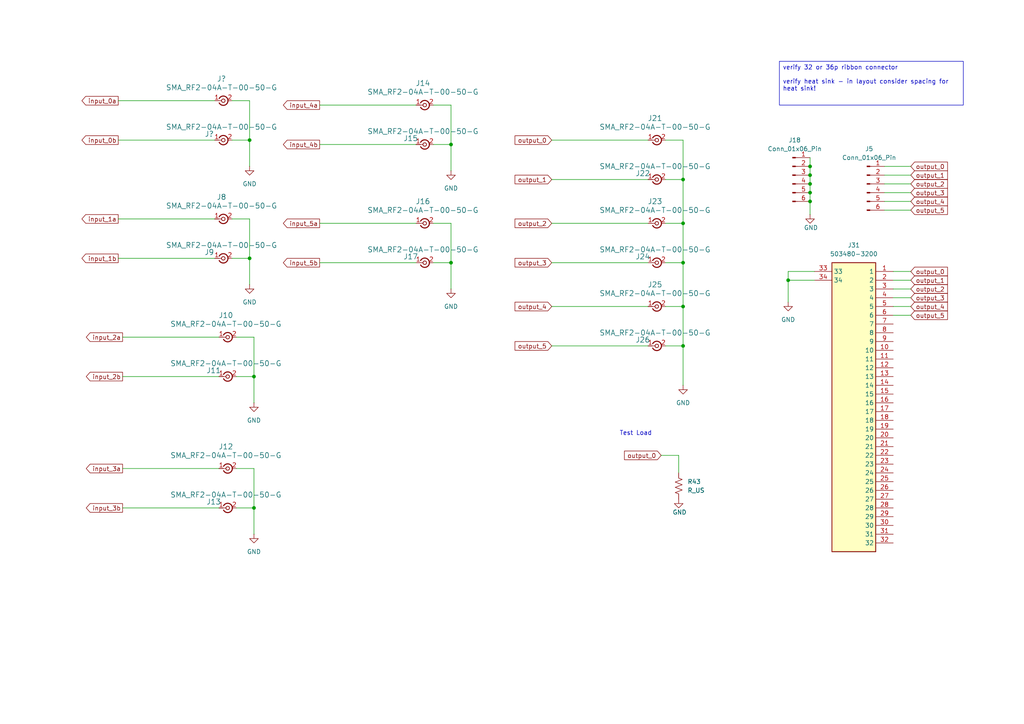
<source format=kicad_sch>
(kicad_sch (version 20231120) (generator "eeschema") (generator_version "8.0")
  (paper "A4")
  (lib_symbols
    (symbol "Connector:Conn_01x06_Pin" (pin_names (offset 1.016) hide)
      (property "Reference" "J" (at 0 7.62 0))
      (property "Value" "Conn_01x06_Pin" (at 0 -10.16 0))
      (symbol "Conn_01x06_Pin_1_1"
        (polyline (pts (xy 1.27 -7.62) (xy 0.8636 -7.62)) (stroke (width 0.1524)))
        (polyline (pts (xy 1.27 -5.08) (xy 0.8636 -5.08)) (stroke (width 0.1524)))
        (polyline (pts (xy 1.27 -2.54) (xy 0.8636 -2.54)) (stroke (width 0.1524)))
        (polyline (pts (xy 1.27 0) (xy 0.8636 0)) (stroke (width 0.1524)))
        (polyline (pts (xy 1.27 2.54) (xy 0.8636 2.54)) (stroke (width 0.1524)))
        (polyline (pts (xy 1.27 5.08) (xy 0.8636 5.08)) (stroke (width 0.1524)))
        (rectangle (start 0.8636 -7.493) (end 0 -7.747) (stroke (width 0.1524)) (fill (type outline)))
        (rectangle (start 0.8636 -4.953) (end 0 -5.207) (stroke (width 0.1524)) (fill (type outline)))
        (rectangle (start 0.8636 -2.413) (end 0 -2.667) (stroke (width 0.1524)) (fill (type outline)))
        (rectangle (start 0.8636 0.127) (end 0 -0.127) (stroke (width 0.1524)) (fill (type outline)))
        (rectangle (start 0.8636 2.667) (end 0 2.413) (stroke (width 0.1524)) (fill (type outline)))
        (rectangle (start 0.8636 5.207) (end 0 4.953) (stroke (width 0.1524)) (fill (type outline)))
        (pin passive line (at 5.08 5.08 180) (length 3.81) (name "Pin_1") (number "1"))
        (pin passive line (at 5.08 2.54 180) (length 3.81) (name "Pin_2") (number "2"))
        (pin passive line (at 5.08 0 180) (length 3.81) (name "Pin_3") (number "3"))
        (pin passive line (at 5.08 -2.54 180) (length 3.81) (name "Pin_4") (number "4"))
        (pin passive line (at 5.08 -5.08 180) (length 3.81) (name "Pin_5") (number "5"))
        (pin passive line (at 5.08 -7.62 180) (length 3.81) (name "Pin_6") (number "6"))
      )
    )
    (symbol "Device:R_US" (pin_numbers hide) (pin_names (offset 0))
      (property "Reference" "R" (at 2.54 0 90))
      (property "Value" "R_US" (at -2.54 0 90))
      (symbol "R_US_0_1"
        (polyline (pts (xy 0 -2.286) (xy 0 -2.54)))
        (polyline (pts (xy 0 2.286) (xy 0 2.54)))
        (polyline (pts (xy 0 -0.762) (xy 1.016 -1.143) (xy 0 -1.524) (xy -1.016 -1.905) (xy 0 -2.286)))
        (polyline (pts (xy 0 0.762) (xy 1.016 0.381) (xy 0 0) (xy -1.016 -0.381) (xy 0 -0.762)))
        (polyline (pts (xy 0 2.286) (xy 1.016 1.905) (xy 0 1.524) (xy -1.016 1.143) (xy 0 0.762)))
      )
      (symbol "R_US_1_1"
        (pin passive line (at 0 3.81 270) (length 1.27) (name "~") (number "1"))
        (pin passive line (at 0 -3.81 90) (length 1.27) (name "~") (number "2"))
      )
    )
    (symbol "_PHASE:503480-3200"
      (property "Reference" "J" (at 19.05 7.62 0))
      (property "Value" "503480-3200" (at 19.05 5.08 0))
      (symbol "503480-3200_1_1"
        (rectangle (start 5.08 2.54) (end 17.78 -81.28) (stroke (width 0.254)) (fill (type background)))
        (pin passive line (at 22.86 0 180) (length 5.08) (name "1") (number "1"))
        (pin passive line (at 22.86 -22.86 180) (length 5.08) (name "10") (number "10"))
        (pin passive line (at 22.86 -25.4 180) (length 5.08) (name "11") (number "11"))
        (pin passive line (at 22.86 -27.94 180) (length 5.08) (name "12") (number "12"))
        (pin passive line (at 22.86 -30.48 180) (length 5.08) (name "13") (number "13"))
        (pin passive line (at 22.86 -33.02 180) (length 5.08) (name "14") (number "14"))
        (pin passive line (at 22.86 -35.56 180) (length 5.08) (name "15") (number "15"))
        (pin passive line (at 22.86 -38.1 180) (length 5.08) (name "16") (number "16"))
        (pin passive line (at 22.86 -40.64 180) (length 5.08) (name "17") (number "17"))
        (pin passive line (at 22.86 -43.18 180) (length 5.08) (name "18") (number "18"))
        (pin passive line (at 22.86 -45.72 180) (length 5.08) (name "19") (number "19"))
        (pin passive line (at 22.86 -2.54 180) (length 5.08) (name "2") (number "2"))
        (pin passive line (at 22.86 -48.26 180) (length 5.08) (name "20") (number "20"))
        (pin passive line (at 22.86 -50.8 180) (length 5.08) (name "21") (number "21"))
        (pin passive line (at 22.86 -53.34 180) (length 5.08) (name "22") (number "22"))
        (pin passive line (at 22.86 -55.88 180) (length 5.08) (name "23") (number "23"))
        (pin passive line (at 22.86 -58.42 180) (length 5.08) (name "24") (number "24"))
        (pin passive line (at 22.86 -60.96 180) (length 5.08) (name "25") (number "25"))
        (pin passive line (at 22.86 -63.5 180) (length 5.08) (name "26") (number "26"))
        (pin passive line (at 22.86 -66.04 180) (length 5.08) (name "27") (number "27"))
        (pin passive line (at 22.86 -68.58 180) (length 5.08) (name "28") (number "28"))
        (pin passive line (at 22.86 -71.12 180) (length 5.08) (name "29") (number "29"))
        (pin passive line (at 22.86 -5.08 180) (length 5.08) (name "3") (number "3"))
        (pin passive line (at 22.86 -73.66 180) (length 5.08) (name "30") (number "30"))
        (pin passive line (at 22.86 -76.2 180) (length 5.08) (name "31") (number "31"))
        (pin passive line (at 22.86 -78.74 180) (length 5.08) (name "32") (number "32"))
        (pin passive line (at 0 0 0) (length 5.08) (name "33") (number "33"))
        (pin passive line (at 0 -2.54 0) (length 5.08) (name "34") (number "34"))
        (pin passive line (at 22.86 -7.62 180) (length 5.08) (name "4") (number "4"))
        (pin passive line (at 22.86 -10.16 180) (length 5.08) (name "5") (number "5"))
        (pin passive line (at 22.86 -12.7 180) (length 5.08) (name "6") (number "6"))
        (pin passive line (at 22.86 -15.24 180) (length 5.08) (name "7") (number "7"))
        (pin passive line (at 22.86 -17.78 180) (length 5.08) (name "8") (number "8"))
        (pin passive line (at 22.86 -20.32 180) (length 5.08) (name "9") (number "9"))
      )
    )
    (symbol "_PHASE:SMA_RF2-04A-T-00-50-G" (pin_names (offset 0.254))
      (property "Reference" "J" (at 8.89 6.35 0))
      (property "Value" "SMA_RF2-04A-T-00-50-G" (at 0 0 0))
      (symbol "SMA_RF2-04A-T-00-50-G_0_1"
        (polyline (pts (xy 10.16 -5.08) (xy 12.192 -5.08)))
        (circle (center 12.7 -5.08) (radius 0.508) (stroke (width 0.2032)))
      )
      (symbol "SMA_RF2-04A-T-00-50-G_1_1"
        (arc (start 11.5084 -5.7111) (mid 13.027 -6.3881) (end 14.0484 -5.0761) (stroke (width 0.3048)))
        (arc (start 14.0484 -5.0839) (mid 13.027 -3.772) (end 11.5084 -4.4489) (stroke (width 0.3048)))
        (pin passive line (at 10.16 -5.08 0) (length 1.27) (name "") (number "1"))
        (pin passive line (at 15.24 -5.08 180) (length 1.27) (name "") (number "2"))
        (pin passive line (at 15.24 -5.08 180) (length 1.27) hide (name "Ext") (number "3"))
        (pin passive line (at 15.24 -5.08 180) (length 1.27) hide (name "Ext") (number "4"))
        (pin passive line (at 15.24 -5.08 180) (length 1.27) hide (name "Ext") (number "5"))
      )
      (symbol "SMA_RF2-04A-T-00-50-G_1_2"
        (polyline (pts (xy 5.08 -2.54) (xy 12.7 -2.54)) (stroke (width 0.127)))
        (polyline (pts (xy 5.08 2.54) (xy 5.08 -2.54)) (stroke (width 0.127)))
        (polyline (pts (xy 7.62 0) (xy 5.08 0)) (stroke (width 0.127)))
        (polyline (pts (xy 7.62 0) (xy 8.89 -0.8467)) (stroke (width 0.127)))
        (polyline (pts (xy 7.62 0) (xy 8.89 0.8467)) (stroke (width 0.127)))
        (polyline (pts (xy 12.7 -2.54) (xy 12.7 2.54)) (stroke (width 0.127)))
        (polyline (pts (xy 12.7 2.54) (xy 5.08 2.54)) (stroke (width 0.127)))
        (pin unspecified line (at 0 0 0) (length 5.08) (name "1") (number "1"))
      )
    )
    (symbol "power:GND" (power) (pin_numbers hide) (pin_names (offset 0) hide)
      (property "Value" "GND" (at 0 -3.81 0))
      (symbol "GND_0_1"
        (polyline (pts (xy 0 0) (xy 0 -1.27) (xy 1.27 -1.27) (xy 0 -2.54) (xy -1.27 -1.27) (xy 0 -1.27)))
      )
      (symbol "GND_1_1"
        (pin power_in line (at 0 0 270) (length 0) (name "~") (number "1"))
      )
    )
  )
  (junction (at 198.12 52.07))
  (junction (at 234.95 55.88))
  (junction (at 234.95 50.8))
  (junction (at 198.12 64.77))
  (junction (at 130.81 41.91))
  (junction (at 72.39 74.93))
  (junction (at 72.39 40.64))
  (junction (at 198.12 88.9))
  (junction (at 228.6 81.28))
  (junction (at 73.66 147.32))
  (junction (at 198.12 76.2))
  (junction (at 73.66 109.22))
  (junction (at 130.81 76.2))
  (junction (at 234.95 53.34))
  (junction (at 234.95 48.26))
  (junction (at 234.95 58.42))
  (junction (at 198.12 100.33))
  (wire (pts (xy 228.6 81.28) (xy 228.6 87.63)))
  (wire (pts (xy 34.29 40.64) (xy 62.23 40.64)))
  (wire (pts (xy 72.39 29.21) (xy 72.39 40.64)))
  (wire (pts (xy 73.66 147.32) (xy 73.66 154.94)))
  (wire (pts (xy 256.54 48.26) (xy 264.16 48.26)))
  (wire (pts (xy 92.71 64.77) (xy 120.65 64.77)))
  (wire (pts (xy 160.02 88.9) (xy 187.96 88.9)))
  (wire (pts (xy 193.04 64.77) (xy 198.12 64.77)))
  (wire (pts (xy 236.22 78.74) (xy 228.6 78.74)))
  (wire (pts (xy 259.08 78.74) (xy 264.16 78.74)))
  (wire (pts (xy 73.66 109.22) (xy 68.58 109.22)))
  (wire (pts (xy 234.95 45.72) (xy 234.95 48.26)))
  (wire (pts (xy 130.81 30.48) (xy 130.81 41.91)))
  (wire (pts (xy 160.02 40.64) (xy 187.96 40.64)))
  (wire (pts (xy 130.81 76.2) (xy 130.81 83.82)))
  (wire (pts (xy 259.08 81.28) (xy 264.16 81.28)))
  (wire (pts (xy 196.85 132.08) (xy 191.77 132.08)))
  (wire (pts (xy 92.71 76.2) (xy 120.65 76.2)))
  (wire (pts (xy 234.95 53.34) (xy 234.95 55.88)))
  (wire (pts (xy 193.04 40.64) (xy 198.12 40.64)))
  (wire (pts (xy 130.81 76.2) (xy 125.73 76.2)))
  (wire (pts (xy 125.73 64.77) (xy 130.81 64.77)))
  (wire (pts (xy 73.66 147.32) (xy 68.58 147.32)))
  (wire (pts (xy 35.56 147.32) (xy 63.5 147.32)))
  (wire (pts (xy 73.66 135.89) (xy 73.66 147.32)))
  (wire (pts (xy 198.12 52.07) (xy 193.04 52.07)))
  (wire (pts (xy 198.12 88.9) (xy 198.12 100.33)))
  (wire (pts (xy 72.39 63.5) (xy 72.39 74.93)))
  (wire (pts (xy 259.08 86.36) (xy 264.16 86.36)))
  (wire (pts (xy 130.81 64.77) (xy 130.81 76.2)))
  (wire (pts (xy 198.12 100.33) (xy 193.04 100.33)))
  (wire (pts (xy 92.71 41.91) (xy 120.65 41.91)))
  (wire (pts (xy 259.08 91.44) (xy 264.16 91.44)))
  (wire (pts (xy 72.39 40.64) (xy 72.39 48.26)))
  (wire (pts (xy 259.08 88.9) (xy 264.16 88.9)))
  (wire (pts (xy 160.02 64.77) (xy 187.96 64.77)))
  (wire (pts (xy 198.12 76.2) (xy 198.12 88.9)))
  (wire (pts (xy 35.56 109.22) (xy 63.5 109.22)))
  (wire (pts (xy 198.12 76.2) (xy 193.04 76.2)))
  (wire (pts (xy 198.12 52.07) (xy 198.12 64.77)))
  (wire (pts (xy 160.02 100.33) (xy 187.96 100.33)))
  (wire (pts (xy 196.85 132.08) (xy 196.85 137.16)))
  (wire (pts (xy 198.12 100.33) (xy 198.12 111.76)))
  (wire (pts (xy 160.02 52.07) (xy 187.96 52.07)))
  (wire (pts (xy 72.39 40.64) (xy 67.31 40.64)))
  (wire (pts (xy 256.54 55.88) (xy 264.16 55.88)))
  (wire (pts (xy 34.29 74.93) (xy 62.23 74.93)))
  (wire (pts (xy 198.12 40.64) (xy 198.12 52.07)))
  (wire (pts (xy 92.71 30.48) (xy 120.65 30.48)))
  (wire (pts (xy 72.39 74.93) (xy 67.31 74.93)))
  (wire (pts (xy 198.12 64.77) (xy 198.12 76.2)))
  (wire (pts (xy 67.31 63.5) (xy 72.39 63.5)))
  (wire (pts (xy 234.95 50.8) (xy 234.95 53.34)))
  (wire (pts (xy 73.66 109.22) (xy 73.66 116.84)))
  (wire (pts (xy 236.22 81.28) (xy 228.6 81.28)))
  (wire (pts (xy 67.31 29.21) (xy 72.39 29.21)))
  (wire (pts (xy 35.56 97.79) (xy 63.5 97.79)))
  (wire (pts (xy 256.54 53.34) (xy 264.16 53.34)))
  (wire (pts (xy 256.54 58.42) (xy 264.16 58.42)))
  (wire (pts (xy 125.73 30.48) (xy 130.81 30.48)))
  (wire (pts (xy 130.81 41.91) (xy 130.81 49.53)))
  (wire (pts (xy 234.95 48.26) (xy 234.95 50.8)))
  (wire (pts (xy 34.29 29.21) (xy 62.23 29.21)))
  (wire (pts (xy 256.54 60.96) (xy 264.16 60.96)))
  (wire (pts (xy 68.58 97.79) (xy 73.66 97.79)))
  (wire (pts (xy 35.56 135.89) (xy 63.5 135.89)))
  (wire (pts (xy 73.66 97.79) (xy 73.66 109.22)))
  (wire (pts (xy 130.81 41.91) (xy 125.73 41.91)))
  (wire (pts (xy 72.39 74.93) (xy 72.39 82.55)))
  (wire (pts (xy 259.08 83.82) (xy 264.16 83.82)))
  (wire (pts (xy 68.58 135.89) (xy 73.66 135.89)))
  (wire (pts (xy 193.04 88.9) (xy 198.12 88.9)))
  (wire (pts (xy 234.95 55.88) (xy 234.95 58.42)))
  (wire (pts (xy 160.02 76.2) (xy 187.96 76.2)))
  (wire (pts (xy 34.29 63.5) (xy 62.23 63.5)))
  (wire (pts (xy 234.95 58.42) (xy 234.95 62.23)))
  (wire (pts (xy 256.54 50.8) (xy 264.16 50.8)))
  (wire (pts (xy 228.6 78.74) (xy 228.6 81.28)))
  (text_box "verify 32 or 36p ribbon connector\n\nverify heat sink - in layout consider spacing for heat sink!\n\n" (at 226.06 17.78 0) (size 53.34 12.7) (effects (font (size 1.27 1.27)) (justify left top)))
  (text "Test Load" (at 184.404 125.73 0) (effects (font (size 1.27 1.27))))
  (global_label "output_3" (shape input) (at 160.02 76.2 180) (property "Intersheetrefs" "${INTERSHEET_REFS}" (effects (hide yes))))
  (global_label "output_2" (shape input) (at 160.02 64.77 180) (property "Intersheetrefs" "${INTERSHEET_REFS}" (effects (hide yes))))
  (global_label "output_2" (shape input) (at 264.16 53.34 0) (property "Intersheetrefs" "${INTERSHEET_REFS}" (effects (hide yes))))
  (global_label "output_0" (shape input) (at 264.16 48.26 0) (property "Intersheetrefs" "${INTERSHEET_REFS}" (effects (hide yes))))
  (global_label "output_0" (shape input) (at 160.02 40.64 180) (property "Intersheetrefs" "${INTERSHEET_REFS}" (effects (hide yes))))
  (global_label "input_4a" (shape output) (at 92.71 30.48 180) (property "Intersheetrefs" "${INTERSHEET_REFS}" (effects (hide yes))))
  (global_label "input_0b" (shape output) (at 34.29 40.64 180) (property "Intersheetrefs" "${INTERSHEET_REFS}" (effects (hide yes))))
  (global_label "output_3" (shape input) (at 264.16 86.36 0) (property "Intersheetrefs" "${INTERSHEET_REFS}" (effects (hide yes))))
  (global_label "input_3b" (shape output) (at 35.56 147.32 180) (property "Intersheetrefs" "${INTERSHEET_REFS}" (effects (hide yes))))
  (global_label "output_4" (shape input) (at 160.02 88.9 180) (property "Intersheetrefs" "${INTERSHEET_REFS}" (effects (hide yes))))
  (global_label "input_1b" (shape output) (at 34.29 74.93 180) (property "Intersheetrefs" "${INTERSHEET_REFS}" (effects (hide yes))))
  (global_label "output_1" (shape input) (at 264.16 50.8 0) (property "Intersheetrefs" "${INTERSHEET_REFS}" (effects (hide yes))))
  (global_label "input_0a" (shape output) (at 34.29 29.21 180) (property "Intersheetrefs" "${INTERSHEET_REFS}" (effects (hide yes))))
  (global_label "input_2a" (shape output) (at 35.56 97.79 180) (property "Intersheetrefs" "${INTERSHEET_REFS}" (effects (hide yes))))
  (global_label "output_5" (shape input) (at 264.16 91.44 0) (property "Intersheetrefs" "${INTERSHEET_REFS}" (effects (hide yes))))
  (global_label "input_1a" (shape output) (at 34.29 63.5 180) (property "Intersheetrefs" "${INTERSHEET_REFS}" (effects (hide yes))))
  (global_label "input_5a" (shape output) (at 92.71 64.77 180) (property "Intersheetrefs" "${INTERSHEET_REFS}" (effects (hide yes))))
  (global_label "input_2b" (shape output) (at 35.56 109.22 180) (property "Intersheetrefs" "${INTERSHEET_REFS}" (effects (hide yes))))
  (global_label "output_4" (shape input) (at 264.16 88.9 0) (property "Intersheetrefs" "${INTERSHEET_REFS}" (effects (hide yes))))
  (global_label "output_3" (shape input) (at 264.16 55.88 0) (property "Intersheetrefs" "${INTERSHEET_REFS}" (effects (hide yes))))
  (global_label "output_5" (shape input) (at 160.02 100.33 180) (property "Intersheetrefs" "${INTERSHEET_REFS}" (effects (hide yes))))
  (global_label "output_4" (shape input) (at 264.16 58.42 0) (property "Intersheetrefs" "${INTERSHEET_REFS}" (effects (hide yes))))
  (global_label "output_0" (shape input) (at 191.77 132.08 180) (property "Intersheetrefs" "${INTERSHEET_REFS}" (effects (hide yes))))
  (global_label "input_5b" (shape output) (at 92.71 76.2 180) (property "Intersheetrefs" "${INTERSHEET_REFS}" (effects (hide yes))))
  (global_label "input_3a" (shape output) (at 35.56 135.89 180) (property "Intersheetrefs" "${INTERSHEET_REFS}" (effects (hide yes))))
  (global_label "output_1" (shape input) (at 264.16 81.28 0) (property "Intersheetrefs" "${INTERSHEET_REFS}" (effects (hide yes))))
  (global_label "input_4b" (shape output) (at 92.71 41.91 180) (property "Intersheetrefs" "${INTERSHEET_REFS}" (effects (hide yes))))
  (global_label "output_1" (shape input) (at 160.02 52.07 180) (property "Intersheetrefs" "${INTERSHEET_REFS}" (effects (hide yes))))
  (global_label "output_5" (shape input) (at 264.16 60.96 0) (property "Intersheetrefs" "${INTERSHEET_REFS}" (effects (hide yes))))
  (global_label "output_0" (shape input) (at 264.16 78.74 0) (property "Intersheetrefs" "${INTERSHEET_REFS}" (effects (hide yes))))
  (global_label "output_2" (shape input) (at 264.16 83.82 0) (property "Intersheetrefs" "${INTERSHEET_REFS}" (effects (hide yes))))
  (symbol (lib_id "_PHASE:SMA_RF2-04A-T-00-50-G") (at 53.34 130.81 0) (unit 1)
    (property "Reference" "J12" (at 65.5204 129.54 0) (effects (font (size 1.524 1.524))))
    (property "Value" "SMA_RF2-04A-T-00-50-G" (at 65.5204 132.08 0) (effects (font (size 1.524 1.524))))
    (property "Footprint" "726_footprints:CONN_RF2-04A-T-00-50-G_ADM" (effects (hide yes)))
    (property "Datasheet" "112404" (effects (hide yes)))
  )
  (symbol (lib_id "_PHASE:SMA_RF2-04A-T-00-50-G") (at 52.07 69.85 0) (unit 1)
    (property "Reference" "J9" (at 60.706 73.152 0) (effects (font (size 1.524 1.524))))
    (property "Value" "SMA_RF2-04A-T-00-50-G" (at 64.2504 71.12 0) (effects (font (size 1.524 1.524))))
    (property "Footprint" "726_footprints:CONN_RF2-04A-T-00-50-G_ADM" (effects (hide yes)))
    (property "Datasheet" "112404" (effects (hide yes)))
  )
  (symbol (lib_id "power:GND") (at 234.95 62.23 0) (unit 1)
    (property "Reference" "#PWR010" (effects (hide yes)))
    (property "Value" "GND" (at 235.204 66.04 0))
    (property "Description" "Power symbol creates a global label with name \"GND\" , ground" (effects (hide yes)))
  )
  (symbol (lib_id "power:GND") (at 130.81 83.82 0) (unit 1)
    (property "Reference" "#PWR08" (effects (hide yes)))
    (property "Value" "GND" (at 130.81 88.9 0))
    (property "Description" "Power symbol creates a global label with name \"GND\" , ground" (effects (hide yes)))
  )
  (symbol (lib_id "_PHASE:SMA_RF2-04A-T-00-50-G") (at 53.34 104.14 0) (unit 1)
    (property "Reference" "J11" (at 61.976 107.442 0) (effects (font (size 1.524 1.524))))
    (property "Value" "SMA_RF2-04A-T-00-50-G" (at 65.5204 105.41 0) (effects (font (size 1.524 1.524))))
    (property "Footprint" "726_footprints:CONN_RF2-04A-T-00-50-G_ADM" (effects (hide yes)))
    (property "Datasheet" "112404" (effects (hide yes)))
  )
  (symbol (lib_id "_PHASE:SMA_RF2-04A-T-00-50-G") (at 177.8 59.69 0) (unit 1)
    (property "Reference" "J23" (at 189.9804 58.42 0) (effects (font (size 1.524 1.524))))
    (property "Value" "SMA_RF2-04A-T-00-50-G" (at 189.9804 60.96 0) (effects (font (size 1.524 1.524))))
    (property "Footprint" "726_footprints:CONN_RF2-04A-T-00-50-G_ADM" (effects (hide yes)))
    (property "Datasheet" "112404" (effects (hide yes)))
  )
  (symbol (lib_id "_PHASE:SMA_RF2-04A-T-00-50-G") (at 52.07 58.42 0) (unit 1)
    (property "Reference" "J8" (at 64.2504 57.15 0) (effects (font (size 1.524 1.524))))
    (property "Value" "SMA_RF2-04A-T-00-50-G" (at 64.2504 59.69 0) (effects (font (size 1.524 1.524))))
    (property "Footprint" "726_footprints:CONN_RF2-04A-T-00-50-G_ADM" (effects (hide yes)))
    (property "Datasheet" "112404" (effects (hide yes)))
  )
  (symbol (lib_id "_PHASE:SMA_RF2-04A-T-00-50-G") (at 110.49 59.69 0) (unit 1)
    (property "Reference" "J16" (at 122.6704 58.42 0) (effects (font (size 1.524 1.524))))
    (property "Value" "SMA_RF2-04A-T-00-50-G" (at 122.6704 60.96 0) (effects (font (size 1.524 1.524))))
    (property "Footprint" "726_footprints:CONN_RF2-04A-T-00-50-G_ADM" (effects (hide yes)))
    (property "Datasheet" "112404" (effects (hide yes)))
  )
  (symbol (lib_id "_PHASE:SMA_RF2-04A-T-00-50-G") (at 110.49 25.4 0) (unit 1)
    (property "Reference" "J14" (at 122.6704 24.13 0) (effects (font (size 1.524 1.524))))
    (property "Value" "SMA_RF2-04A-T-00-50-G" (at 122.6704 26.67 0) (effects (font (size 1.524 1.524))))
    (property "Footprint" "726_footprints:CONN_RF2-04A-T-00-50-G_ADM" (effects (hide yes)))
    (property "Datasheet" "112404" (effects (hide yes)))
  )
  (symbol (lib_id "power:GND") (at 130.81 49.53 0) (unit 1)
    (property "Reference" "#PWR07" (effects (hide yes)))
    (property "Value" "GND" (at 130.81 54.61 0))
    (property "Description" "Power symbol creates a global label with name \"GND\" , ground" (effects (hide yes)))
  )
  (symbol (lib_id "_PHASE:SMA_RF2-04A-T-00-50-G") (at 110.49 71.12 0) (unit 1)
    (property "Reference" "J17" (at 119.126 74.422 0) (effects (font (size 1.524 1.524))))
    (property "Value" "SMA_RF2-04A-T-00-50-G" (at 122.6704 72.39 0) (effects (font (size 1.524 1.524))))
    (property "Footprint" "726_footprints:CONN_RF2-04A-T-00-50-G_ADM" (effects (hide yes)))
    (property "Datasheet" "112404" (effects (hide yes)))
  )
  (symbol (lib_id "_PHASE:SMA_RF2-04A-T-00-50-G") (at 177.8 95.25 0) (unit 1)
    (property "Reference" "J26" (at 186.436 98.552 0) (effects (font (size 1.524 1.524))))
    (property "Value" "SMA_RF2-04A-T-00-50-G" (at 189.9804 96.52 0) (effects (font (size 1.524 1.524))))
    (property "Footprint" "726_footprints:CONN_RF2-04A-T-00-50-G_ADM" (effects (hide yes)))
    (property "Datasheet" "112404" (effects (hide yes)))
  )
  (symbol (lib_id "power:GND") (at 228.6 87.63 0) (mirror y) (unit 1)
    (property "Reference" "#PWR09" (effects (hide yes)))
    (property "Value" "GND" (at 228.6 92.71 0))
    (property "Description" "Power symbol creates a global label with name \"GND\" , ground" (effects (hide yes)))
  )
  (symbol (lib_id "_PHASE:SMA_RF2-04A-T-00-50-G") (at 177.8 83.82 0) (unit 1)
    (property "Reference" "J25" (at 189.9804 82.55 0) (effects (font (size 1.524 1.524))))
    (property "Value" "SMA_RF2-04A-T-00-50-G" (at 189.9804 85.09 0) (effects (font (size 1.524 1.524))))
    (property "Footprint" "726_footprints:CONN_RF2-04A-T-00-50-G_ADM" (effects (hide yes)))
    (property "Datasheet" "112404" (effects (hide yes)))
  )
  (symbol (lib_id "power:GND") (at 72.39 82.55 0) (unit 1)
    (property "Reference" "#PWR04" (effects (hide yes)))
    (property "Value" "GND" (at 72.39 87.63 0))
    (property "Description" "Power symbol creates a global label with name \"GND\" , ground" (effects (hide yes)))
  )
  (symbol (lib_id "_PHASE:SMA_RF2-04A-T-00-50-G") (at 177.8 35.56 0) (unit 1)
    (property "Reference" "J21" (at 189.9804 34.29 0) (effects (font (size 1.524 1.524))))
    (property "Value" "SMA_RF2-04A-T-00-50-G" (at 189.9804 36.83 0) (effects (font (size 1.524 1.524))))
    (property "Footprint" "726_footprints:CONN_RF2-04A-T-00-50-G_ADM" (effects (hide yes)))
    (property "Datasheet" "112404" (effects (hide yes)))
  )
  (symbol (lib_id "power:GND") (at 198.12 111.76 0) (unit 1)
    (property "Reference" "#PWR033" (effects (hide yes)))
    (property "Value" "GND" (at 198.12 116.84 0))
    (property "Description" "Power symbol creates a global label with name \"GND\" , ground" (effects (hide yes)))
  )
  (symbol (lib_id "Device:R_US") (at 196.85 140.97 0) (unit 1)
    (property "Reference" "R43" (at 199.39 139.6999 0) (effects (justify left)))
    (property "Value" "R_US" (at 199.39 142.2399 0) (effects (justify left)))
    (property "Footprint" "726_footprints:RS02B5K000FB12" (effects (hide yes)))
    (property "Description" "Resistor, US symbol" (effects (hide yes)))
  )
  (symbol (lib_id "_PHASE:SMA_RF2-04A-T-00-50-G") (at 110.49 36.83 0) (unit 1)
    (property "Reference" "J15" (at 119.126 40.132 0) (effects (font (size 1.524 1.524))))
    (property "Value" "SMA_RF2-04A-T-00-50-G" (at 122.6704 38.1 0) (effects (font (size 1.524 1.524))))
    (property "Footprint" "726_footprints:CONN_RF2-04A-T-00-50-G_ADM" (effects (hide yes)))
    (property "Datasheet" "112404" (effects (hide yes)))
  )
  (symbol (lib_id "power:GND") (at 72.39 48.26 0) (unit 1)
    (property "Reference" "#PWR011" (effects (hide yes)))
    (property "Value" "GND" (at 72.39 53.34 0))
    (property "Description" "Power symbol creates a global label with name \"GND\" , ground" (effects (hide yes)))
  )
  (symbol (lib_id "_PHASE:SMA_RF2-04A-T-00-50-G") (at 53.34 92.71 0) (unit 1)
    (property "Reference" "J10" (at 65.5204 91.44 0) (effects (font (size 1.524 1.524))))
    (property "Value" "SMA_RF2-04A-T-00-50-G" (at 65.5204 93.98 0) (effects (font (size 1.524 1.524))))
    (property "Footprint" "726_footprints:CONN_RF2-04A-T-00-50-G_ADM" (effects (hide yes)))
    (property "Datasheet" "112404" (effects (hide yes)))
  )
  (symbol (lib_id "power:GND") (at 73.66 154.94 0) (unit 1)
    (property "Reference" "#PWR06" (effects (hide yes)))
    (property "Value" "GND" (at 73.66 160.02 0))
    (property "Description" "Power symbol creates a global label with name \"GND\" , ground" (effects (hide yes)))
  )
  (symbol (lib_id "Connector:Conn_01x06_Pin") (at 251.46 53.34 0) (unit 1)
    (property "Reference" "J5" (at 252.095 43.18 0))
    (property "Value" "Conn_01x06_Pin" (at 252.095 45.72 0))
    (property "Footprint" "Connector_PinHeader_1.00mm:PinHeader_1x06_P1.00mm_Vertical" (effects (hide yes)))
    (property "Description" "Generic connector, single row, 01x06, script generated" (effects (hide yes)))
  )
  (symbol (lib_id "_PHASE:503480-3200") (at 236.22 78.74 0) (unit 1)
    (property "Reference" "J31" (at 247.65 71.12 0))
    (property "Value" "503480-3200" (at 247.65 73.66 0))
    (property "Footprint" "726_footprints:Molex_5034803200" (effects (hide yes)))
    (property "Datasheet" "https://www.molex.com/pdm_docs/sd/5034803200_sd.pdf" (effects (hide yes)))
    (property "Description" "MOLEX - 503480-3200 - CONNECTOR, FPC, 32POS, 1ROW, 0.5MM" (effects (hide yes)))
    (property "Height" "1" (effects (hide yes)))
    (property "Mouser Part Number" "538-503480-3200" (effects (hide yes)))
    (property "Mouser Price/Stock" "https://www.mouser.co.uk/ProductDetail/Molex/503480-3200?qs=6kT3pPPHxnXy4DNjAJz%252BBA%3D%3D" (effects (hide yes)))
    (property "Manufacturer_Name" "Molex" (effects (hide yes)))
    (property "Manufacturer_Part_Number" "503480-3200" (effects (hide yes)))
  )
  (symbol (lib_id "_PHASE:SMA_RF2-04A-T-00-50-G") (at 177.8 46.99 0) (unit 1)
    (property "Reference" "J22" (at 186.436 50.292 0) (effects (font (size 1.524 1.524))))
    (property "Value" "SMA_RF2-04A-T-00-50-G" (at 189.9804 48.26 0) (effects (font (size 1.524 1.524))))
    (property "Footprint" "726_footprints:CONN_RF2-04A-T-00-50-G_ADM" (effects (hide yes)))
    (property "Datasheet" "112404" (effects (hide yes)))
  )
  (symbol (lib_id "_PHASE:SMA_RF2-04A-T-00-50-G") (at 53.34 142.24 0) (unit 1)
    (property "Reference" "J13" (at 61.976 145.542 0) (effects (font (size 1.524 1.524))))
    (property "Value" "SMA_RF2-04A-T-00-50-G" (at 65.5204 143.51 0) (effects (font (size 1.524 1.524))))
    (property "Footprint" "726_footprints:CONN_RF2-04A-T-00-50-G_ADM" (effects (hide yes)))
    (property "Datasheet" "112404" (effects (hide yes)))
  )
  (symbol (lib_id "power:GND") (at 196.85 144.78 0) (unit 1)
    (property "Reference" "#PWR023" (effects (hide yes)))
    (property "Value" "GND" (at 197.104 148.59 0))
    (property "Description" "Power symbol creates a global label with name \"GND\" , ground" (effects (hide yes)))
  )
  (symbol (lib_id "_PHASE:SMA_RF2-04A-T-00-50-G") (at 52.07 24.13 0) (unit 1)
    (property "Reference" "J?" (at 64.2504 22.86 0) (effects (font (size 1.524 1.524))))
    (property "Value" "SMA_RF2-04A-T-00-50-G" (at 64.2504 25.4 0) (effects (font (size 1.524 1.524))))
    (property "Footprint" "726_footprints:CONN_RF2-04A-T-00-50-G_ADM" (effects (hide yes)))
    (property "Datasheet" "112404" (effects (hide yes)))
  )
  (symbol (lib_id "_PHASE:SMA_RF2-04A-T-00-50-G") (at 177.8 71.12 0) (unit 1)
    (property "Reference" "J24" (at 186.436 74.422 0) (effects (font (size 1.524 1.524))))
    (property "Value" "SMA_RF2-04A-T-00-50-G" (at 189.9804 72.39 0) (effects (font (size 1.524 1.524))))
    (property "Footprint" "726_footprints:CONN_RF2-04A-T-00-50-G_ADM" (effects (hide yes)))
    (property "Datasheet" "112404" (effects (hide yes)))
  )
  (symbol (lib_id "Connector:Conn_01x06_Pin") (at 229.87 50.8 0) (unit 1)
    (property "Reference" "J18" (at 230.505 40.64 0))
    (property "Value" "Conn_01x06_Pin" (at 230.505 43.18 0))
    (property "Footprint" "Connector_PinHeader_1.00mm:PinHeader_1x06_P1.00mm_Vertical" (effects (hide yes)))
    (property "Description" "Generic connector, single row, 01x06, script generated" (effects (hide yes)))
  )
  (symbol (lib_id "power:GND") (at 73.66 116.84 0) (unit 1)
    (property "Reference" "#PWR05" (effects (hide yes)))
    (property "Value" "GND" (at 73.66 121.92 0))
    (property "Description" "Power symbol creates a global label with name \"GND\" , ground" (effects (hide yes)))
  )
  (symbol (lib_id "_PHASE:SMA_RF2-04A-T-00-50-G") (at 52.07 35.56 0) (unit 1)
    (property "Reference" "J?" (at 60.706 38.862 0) (effects (font (size 1.524 1.524))))
    (property "Value" "SMA_RF2-04A-T-00-50-G" (at 64.2504 36.83 0) (effects (font (size 1.524 1.524))))
    (property "Footprint" "726_footprints:CONN_RF2-04A-T-00-50-G_ADM" (effects (hide yes)))
    (property "Datasheet" "112404" (effects (hide yes)))
  )
)
</source>
